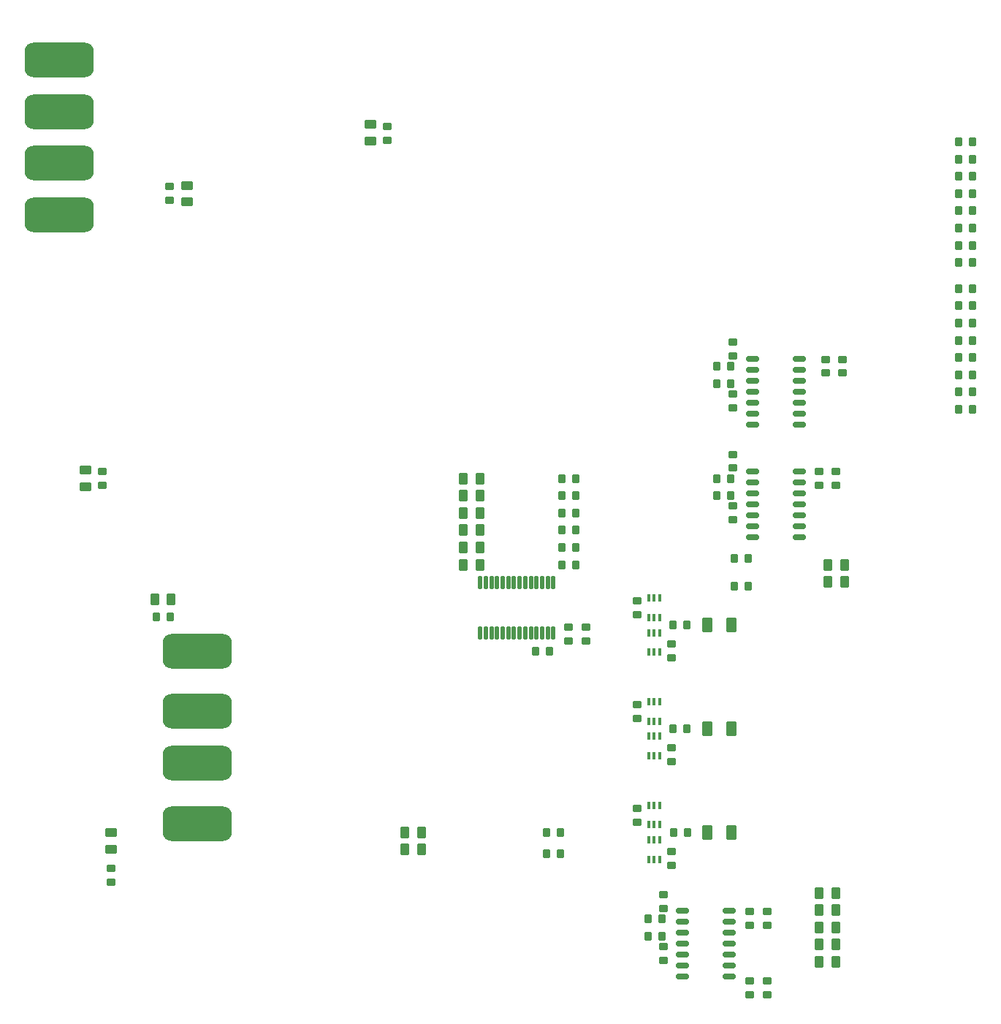
<source format=gtp>
G04 Layer_Color=8421504*
%FSLAX25Y25*%
%MOIN*%
G70*
G01*
G75*
G04:AMPARAMS|DCode=10|XSize=33.47mil|YSize=37.4mil|CornerRadius=4.18mil|HoleSize=0mil|Usage=FLASHONLY|Rotation=0.000|XOffset=0mil|YOffset=0mil|HoleType=Round|Shape=RoundedRectangle|*
%AMROUNDEDRECTD10*
21,1,0.03347,0.02904,0,0,0.0*
21,1,0.02510,0.03740,0,0,0.0*
1,1,0.00837,0.01255,-0.01452*
1,1,0.00837,-0.01255,-0.01452*
1,1,0.00837,-0.01255,0.01452*
1,1,0.00837,0.01255,0.01452*
%
%ADD10ROUNDEDRECTD10*%
G04:AMPARAMS|DCode=11|XSize=68.9mil|YSize=49.21mil|CornerRadius=12.3mil|HoleSize=0mil|Usage=FLASHONLY|Rotation=90.000|XOffset=0mil|YOffset=0mil|HoleType=Round|Shape=RoundedRectangle|*
%AMROUNDEDRECTD11*
21,1,0.06890,0.02461,0,0,90.0*
21,1,0.04429,0.04921,0,0,90.0*
1,1,0.02461,0.01230,0.02215*
1,1,0.02461,0.01230,-0.02215*
1,1,0.02461,-0.01230,-0.02215*
1,1,0.02461,-0.01230,0.02215*
%
%ADD11ROUNDEDRECTD11*%
G04:AMPARAMS|DCode=12|XSize=41.34mil|YSize=55.12mil|CornerRadius=5.17mil|HoleSize=0mil|Usage=FLASHONLY|Rotation=180.000|XOffset=0mil|YOffset=0mil|HoleType=Round|Shape=RoundedRectangle|*
%AMROUNDEDRECTD12*
21,1,0.04134,0.04478,0,0,180.0*
21,1,0.03100,0.05512,0,0,180.0*
1,1,0.01034,-0.01550,0.02239*
1,1,0.01034,0.01550,0.02239*
1,1,0.01034,0.01550,-0.02239*
1,1,0.01034,-0.01550,-0.02239*
%
%ADD12ROUNDEDRECTD12*%
G04:AMPARAMS|DCode=13|XSize=33.47mil|YSize=37.4mil|CornerRadius=4.18mil|HoleSize=0mil|Usage=FLASHONLY|Rotation=90.000|XOffset=0mil|YOffset=0mil|HoleType=Round|Shape=RoundedRectangle|*
%AMROUNDEDRECTD13*
21,1,0.03347,0.02904,0,0,90.0*
21,1,0.02510,0.03740,0,0,90.0*
1,1,0.00837,0.01452,0.01255*
1,1,0.00837,0.01452,-0.01255*
1,1,0.00837,-0.01452,-0.01255*
1,1,0.00837,-0.01452,0.01255*
%
%ADD13ROUNDEDRECTD13*%
G04:AMPARAMS|DCode=14|XSize=39.37mil|YSize=55.12mil|CornerRadius=5.91mil|HoleSize=0mil|Usage=FLASHONLY|Rotation=90.000|XOffset=0mil|YOffset=0mil|HoleType=Round|Shape=RoundedRectangle|*
%AMROUNDEDRECTD14*
21,1,0.03937,0.04331,0,0,90.0*
21,1,0.02756,0.05512,0,0,90.0*
1,1,0.01181,0.02165,0.01378*
1,1,0.01181,0.02165,-0.01378*
1,1,0.01181,-0.02165,-0.01378*
1,1,0.01181,-0.02165,0.01378*
%
%ADD14ROUNDEDRECTD14*%
G04:AMPARAMS|DCode=15|XSize=35.43mil|YSize=37.4mil|CornerRadius=4.43mil|HoleSize=0mil|Usage=FLASHONLY|Rotation=270.000|XOffset=0mil|YOffset=0mil|HoleType=Round|Shape=RoundedRectangle|*
%AMROUNDEDRECTD15*
21,1,0.03543,0.02854,0,0,270.0*
21,1,0.02657,0.03740,0,0,270.0*
1,1,0.00886,-0.01427,-0.01329*
1,1,0.00886,-0.01427,0.01329*
1,1,0.00886,0.01427,0.01329*
1,1,0.00886,0.01427,-0.01329*
%
%ADD15ROUNDEDRECTD15*%
G04:AMPARAMS|DCode=16|XSize=15.75mil|YSize=33.47mil|CornerRadius=3.94mil|HoleSize=0mil|Usage=FLASHONLY|Rotation=0.000|XOffset=0mil|YOffset=0mil|HoleType=Round|Shape=RoundedRectangle|*
%AMROUNDEDRECTD16*
21,1,0.01575,0.02559,0,0,0.0*
21,1,0.00787,0.03347,0,0,0.0*
1,1,0.00787,0.00394,-0.01279*
1,1,0.00787,-0.00394,-0.01279*
1,1,0.00787,-0.00394,0.01279*
1,1,0.00787,0.00394,0.01279*
%
%ADD16ROUNDEDRECTD16*%
G04:AMPARAMS|DCode=17|XSize=59.05mil|YSize=25.59mil|CornerRadius=6.4mil|HoleSize=0mil|Usage=FLASHONLY|Rotation=180.000|XOffset=0mil|YOffset=0mil|HoleType=Round|Shape=RoundedRectangle|*
%AMROUNDEDRECTD17*
21,1,0.05905,0.01279,0,0,180.0*
21,1,0.04626,0.02559,0,0,180.0*
1,1,0.01279,-0.02313,0.00640*
1,1,0.01279,0.02313,0.00640*
1,1,0.01279,0.02313,-0.00640*
1,1,0.01279,-0.02313,-0.00640*
%
%ADD17ROUNDEDRECTD17*%
G04:AMPARAMS|DCode=18|XSize=58.07mil|YSize=17.72mil|CornerRadius=4.43mil|HoleSize=0mil|Usage=FLASHONLY|Rotation=270.000|XOffset=0mil|YOffset=0mil|HoleType=Round|Shape=RoundedRectangle|*
%AMROUNDEDRECTD18*
21,1,0.05807,0.00886,0,0,270.0*
21,1,0.04921,0.01772,0,0,270.0*
1,1,0.00886,-0.00443,-0.02461*
1,1,0.00886,-0.00443,0.02461*
1,1,0.00886,0.00443,0.02461*
1,1,0.00886,0.00443,-0.02461*
%
%ADD18ROUNDEDRECTD18*%
G04:AMPARAMS|DCode=19|XSize=157.48mil|YSize=314.96mil|CornerRadius=39.37mil|HoleSize=0mil|Usage=FLASHONLY|Rotation=90.000|XOffset=0mil|YOffset=0mil|HoleType=Round|Shape=RoundedRectangle|*
%AMROUNDEDRECTD19*
21,1,0.15748,0.23622,0,0,90.0*
21,1,0.07874,0.31496,0,0,90.0*
1,1,0.07874,0.11811,0.03937*
1,1,0.07874,0.11811,-0.03937*
1,1,0.07874,-0.11811,-0.03937*
1,1,0.07874,-0.11811,0.03937*
%
%ADD19ROUNDEDRECTD19*%
G04:AMPARAMS|DCode=20|XSize=39.37mil|YSize=55.12mil|CornerRadius=5.91mil|HoleSize=0mil|Usage=FLASHONLY|Rotation=180.000|XOffset=0mil|YOffset=0mil|HoleType=Round|Shape=RoundedRectangle|*
%AMROUNDEDRECTD20*
21,1,0.03937,0.04331,0,0,180.0*
21,1,0.02756,0.05512,0,0,180.0*
1,1,0.01181,-0.01378,0.02165*
1,1,0.01181,0.01378,0.02165*
1,1,0.01181,0.01378,-0.02165*
1,1,0.01181,-0.01378,-0.02165*
%
%ADD20ROUNDEDRECTD20*%
D10*
X587402Y102362D02*
D03*
X593701D02*
D03*
X587087Y149606D02*
D03*
X593386D02*
D03*
X587087Y196850D02*
D03*
X593386D02*
D03*
X575591Y62992D02*
D03*
X581890D02*
D03*
X575591Y55118D02*
D03*
X581890D02*
D03*
X717323Y295276D02*
D03*
X723622D02*
D03*
Y303150D02*
D03*
X717323D02*
D03*
Y311024D02*
D03*
X723622D02*
D03*
Y318898D02*
D03*
X717323D02*
D03*
Y326772D02*
D03*
X723622D02*
D03*
Y334646D02*
D03*
X717323D02*
D03*
Y342520D02*
D03*
X723622D02*
D03*
Y350394D02*
D03*
X717323D02*
D03*
X717323Y362205D02*
D03*
X723622D02*
D03*
Y370079D02*
D03*
X717323D02*
D03*
Y377953D02*
D03*
X723622D02*
D03*
Y385827D02*
D03*
X717323D02*
D03*
Y393701D02*
D03*
X723622D02*
D03*
Y401575D02*
D03*
X717323D02*
D03*
Y409449D02*
D03*
X723622D02*
D03*
Y417323D02*
D03*
X717323D02*
D03*
X607087Y263779D02*
D03*
X613386D02*
D03*
X607087Y255906D02*
D03*
X613386D02*
D03*
X607087Y314961D02*
D03*
X613386D02*
D03*
X607087Y307087D02*
D03*
X613386D02*
D03*
X530709Y185039D02*
D03*
X524409D02*
D03*
X542520Y224410D02*
D03*
X536221D02*
D03*
X542520Y232283D02*
D03*
X536221D02*
D03*
X542520Y240158D02*
D03*
X536221D02*
D03*
X542520Y248031D02*
D03*
X536221D02*
D03*
X542520Y255906D02*
D03*
X536221D02*
D03*
X542520Y263779D02*
D03*
X536221D02*
D03*
X621260Y214567D02*
D03*
X614961D02*
D03*
X621260Y227362D02*
D03*
X614961D02*
D03*
X529331Y92520D02*
D03*
X535630D02*
D03*
X529331Y102362D02*
D03*
X535630D02*
D03*
X351181Y200787D02*
D03*
X357480D02*
D03*
D11*
X602697Y102362D02*
D03*
X613524D02*
D03*
X602697Y149606D02*
D03*
X613524D02*
D03*
X602697Y196850D02*
D03*
X613524D02*
D03*
D12*
X653740Y74803D02*
D03*
X661221D02*
D03*
Y43307D02*
D03*
X653740D02*
D03*
X661221Y66929D02*
D03*
X653740D02*
D03*
X661221Y51181D02*
D03*
X653740D02*
D03*
X661221Y59055D02*
D03*
X653740D02*
D03*
X665158Y216535D02*
D03*
X657677D02*
D03*
X665158Y224410D02*
D03*
X657677D02*
D03*
X498819Y224410D02*
D03*
X491339D02*
D03*
X498819Y232283D02*
D03*
X491339D02*
D03*
X498819Y263779D02*
D03*
X491339D02*
D03*
X498819Y255906D02*
D03*
X491339D02*
D03*
X498819Y240158D02*
D03*
X491339D02*
D03*
X498819Y248031D02*
D03*
X491339D02*
D03*
X464764Y94488D02*
D03*
X472244D02*
D03*
Y102362D02*
D03*
X464764D02*
D03*
D13*
X357283Y390551D02*
D03*
Y396850D02*
D03*
X582677Y44094D02*
D03*
Y50394D02*
D03*
Y74016D02*
D03*
Y67716D02*
D03*
X622047Y34646D02*
D03*
Y28346D02*
D03*
X330709Y85827D02*
D03*
Y79528D02*
D03*
X456693Y424409D02*
D03*
Y418110D02*
D03*
X614173Y274803D02*
D03*
Y268504D02*
D03*
Y244882D02*
D03*
Y251181D02*
D03*
Y325984D02*
D03*
Y319685D02*
D03*
Y296063D02*
D03*
Y302362D02*
D03*
X629921Y28346D02*
D03*
Y34646D02*
D03*
X326772Y266929D02*
D03*
Y260630D02*
D03*
D14*
X448819Y417717D02*
D03*
Y425197D02*
D03*
X330709Y94685D02*
D03*
Y102165D02*
D03*
X365158Y397441D02*
D03*
Y389961D02*
D03*
X318898Y260039D02*
D03*
Y267520D02*
D03*
D15*
X653543Y266929D02*
D03*
Y260630D02*
D03*
X661417Y266929D02*
D03*
Y260630D02*
D03*
X664370Y318110D02*
D03*
Y311811D02*
D03*
X656496Y318110D02*
D03*
Y311811D02*
D03*
X629921Y59842D02*
D03*
Y66142D02*
D03*
X622047Y59842D02*
D03*
Y66142D02*
D03*
X539370Y196063D02*
D03*
Y189764D02*
D03*
X547244Y196063D02*
D03*
Y189764D02*
D03*
X570551Y207874D02*
D03*
Y201575D02*
D03*
Y160630D02*
D03*
Y154331D02*
D03*
Y113386D02*
D03*
Y107087D02*
D03*
X586299Y181890D02*
D03*
Y188189D02*
D03*
Y134646D02*
D03*
Y140945D02*
D03*
Y87402D02*
D03*
Y93701D02*
D03*
D16*
X580984Y209154D02*
D03*
X578425D02*
D03*
X575866D02*
D03*
Y200295D02*
D03*
X578425D02*
D03*
X580984D02*
D03*
Y161909D02*
D03*
X578425D02*
D03*
X575866D02*
D03*
Y153051D02*
D03*
X578425D02*
D03*
X580984D02*
D03*
Y114665D02*
D03*
X578425D02*
D03*
X575866D02*
D03*
Y105807D02*
D03*
X578425D02*
D03*
X580984D02*
D03*
X575866Y184547D02*
D03*
X578425D02*
D03*
X580984D02*
D03*
Y193405D02*
D03*
X578425D02*
D03*
X575866D02*
D03*
Y137303D02*
D03*
X578425D02*
D03*
X580984D02*
D03*
Y146161D02*
D03*
X578425D02*
D03*
X575866D02*
D03*
Y90059D02*
D03*
X578425D02*
D03*
X580984D02*
D03*
Y98917D02*
D03*
X578425D02*
D03*
X575866D02*
D03*
D17*
X623228Y236968D02*
D03*
Y241968D02*
D03*
Y246969D02*
D03*
Y251969D02*
D03*
Y256968D02*
D03*
Y261968D02*
D03*
Y266968D02*
D03*
X644488D02*
D03*
Y261968D02*
D03*
Y256968D02*
D03*
Y251969D02*
D03*
Y246969D02*
D03*
Y241968D02*
D03*
Y236968D02*
D03*
X623228Y288150D02*
D03*
Y293150D02*
D03*
Y298150D02*
D03*
Y303150D02*
D03*
Y308150D02*
D03*
Y313150D02*
D03*
Y318150D02*
D03*
X644488D02*
D03*
Y313150D02*
D03*
Y308150D02*
D03*
Y303150D02*
D03*
Y298150D02*
D03*
Y293150D02*
D03*
Y288150D02*
D03*
X591339Y36575D02*
D03*
Y41575D02*
D03*
Y46575D02*
D03*
Y51575D02*
D03*
Y56575D02*
D03*
Y61575D02*
D03*
Y66575D02*
D03*
X612598D02*
D03*
Y61575D02*
D03*
Y56575D02*
D03*
Y51575D02*
D03*
Y46575D02*
D03*
Y41575D02*
D03*
Y36575D02*
D03*
D18*
X532382Y216291D02*
D03*
X529823D02*
D03*
X527264D02*
D03*
X524705D02*
D03*
X522146D02*
D03*
X519587D02*
D03*
X517028D02*
D03*
X514468D02*
D03*
X511909D02*
D03*
X509350D02*
D03*
X506791D02*
D03*
X504232D02*
D03*
X501673D02*
D03*
X499114D02*
D03*
Y193157D02*
D03*
X501673D02*
D03*
X504232D02*
D03*
X506791D02*
D03*
X509350D02*
D03*
X511909D02*
D03*
X514468D02*
D03*
X517028D02*
D03*
X519587D02*
D03*
X522146D02*
D03*
X524705D02*
D03*
X527264D02*
D03*
X529823D02*
D03*
X532382D02*
D03*
D19*
X307087Y383858D02*
D03*
Y431102D02*
D03*
Y407480D02*
D03*
Y454724D02*
D03*
X370079Y106299D02*
D03*
Y157480D02*
D03*
Y133858D02*
D03*
Y185039D02*
D03*
D20*
X358071Y208661D02*
D03*
X350590D02*
D03*
M02*

</source>
